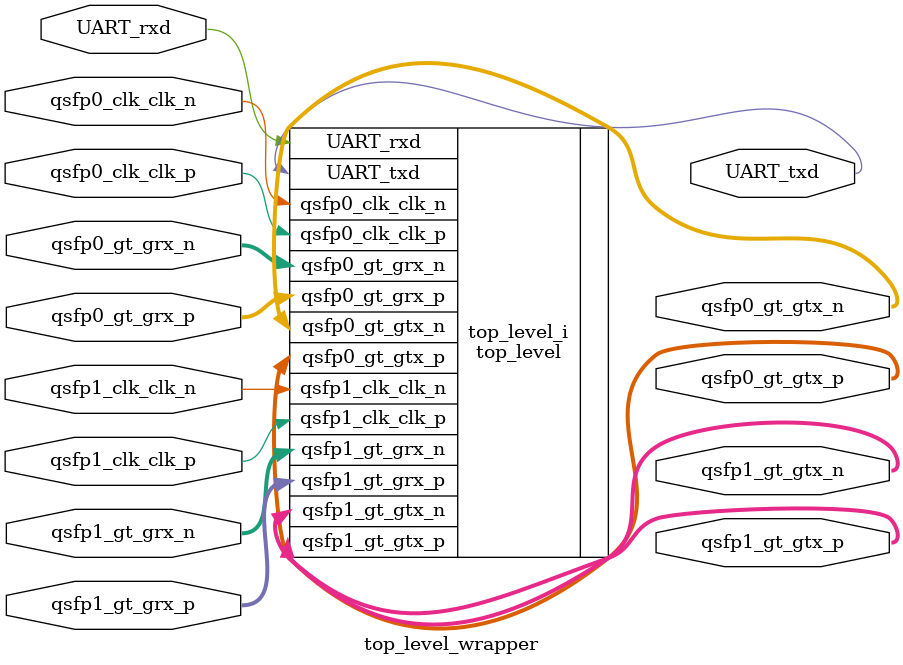
<source format=v>
`timescale 1 ps / 1 ps

module top_level_wrapper
   (UART_rxd,
    UART_txd,
    qsfp0_clk_clk_n,
    qsfp0_clk_clk_p,
    qsfp0_gt_grx_n,
    qsfp0_gt_grx_p,
    qsfp0_gt_gtx_n,
    qsfp0_gt_gtx_p,
    qsfp1_clk_clk_n,
    qsfp1_clk_clk_p,
    qsfp1_gt_grx_n,
    qsfp1_gt_grx_p,
    qsfp1_gt_gtx_n,
    qsfp1_gt_gtx_p);
  input UART_rxd;
  output UART_txd;
  input [0:0]qsfp0_clk_clk_n;
  input [0:0]qsfp0_clk_clk_p;
  input [3:0]qsfp0_gt_grx_n;
  input [3:0]qsfp0_gt_grx_p;
  output [3:0]qsfp0_gt_gtx_n;
  output [3:0]qsfp0_gt_gtx_p;
  input [0:0]qsfp1_clk_clk_n;
  input [0:0]qsfp1_clk_clk_p;
  input [3:0]qsfp1_gt_grx_n;
  input [3:0]qsfp1_gt_grx_p;
  output [3:0]qsfp1_gt_gtx_n;
  output [3:0]qsfp1_gt_gtx_p;

  wire UART_rxd;
  wire UART_txd;
  wire [0:0]qsfp0_clk_clk_n;
  wire [0:0]qsfp0_clk_clk_p;
  wire [3:0]qsfp0_gt_grx_n;
  wire [3:0]qsfp0_gt_grx_p;
  wire [3:0]qsfp0_gt_gtx_n;
  wire [3:0]qsfp0_gt_gtx_p;
  wire [0:0]qsfp1_clk_clk_n;
  wire [0:0]qsfp1_clk_clk_p;
  wire [3:0]qsfp1_gt_grx_n;
  wire [3:0]qsfp1_gt_grx_p;
  wire [3:0]qsfp1_gt_gtx_n;
  wire [3:0]qsfp1_gt_gtx_p;

  top_level top_level_i
       (.UART_rxd(UART_rxd),
        .UART_txd(UART_txd),
        .qsfp0_clk_clk_n(qsfp0_clk_clk_n),
        .qsfp0_clk_clk_p(qsfp0_clk_clk_p),
        .qsfp0_gt_grx_n(qsfp0_gt_grx_n),
        .qsfp0_gt_grx_p(qsfp0_gt_grx_p),
        .qsfp0_gt_gtx_n(qsfp0_gt_gtx_n),
        .qsfp0_gt_gtx_p(qsfp0_gt_gtx_p),
        .qsfp1_clk_clk_n(qsfp1_clk_clk_n),
        .qsfp1_clk_clk_p(qsfp1_clk_clk_p),
        .qsfp1_gt_grx_n(qsfp1_gt_grx_n),
        .qsfp1_gt_grx_p(qsfp1_gt_grx_p),
        .qsfp1_gt_gtx_n(qsfp1_gt_gtx_n),
        .qsfp1_gt_gtx_p(qsfp1_gt_gtx_p));
endmodule

</source>
